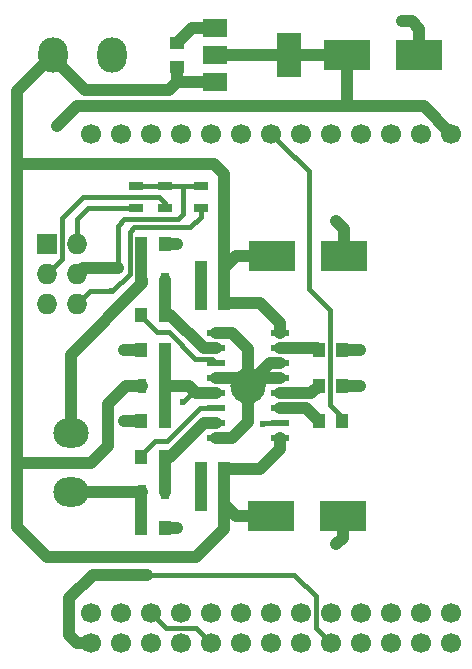
<source format=gbr>
G04 #@! TF.GenerationSoftware,KiCad,Pcbnew,5.0.2-bee76a0~70~ubuntu16.04.1*
G04 #@! TF.CreationDate,2019-02-04T09:50:23+01:00*
G04 #@! TF.ProjectId,mb-a,6d622d61-2e6b-4696-9361-645f70636258,rev?*
G04 #@! TF.SameCoordinates,Original*
G04 #@! TF.FileFunction,Copper,L1,Top*
G04 #@! TF.FilePolarity,Positive*
%FSLAX46Y46*%
G04 Gerber Fmt 4.6, Leading zero omitted, Abs format (unit mm)*
G04 Created by KiCad (PCBNEW 5.0.2-bee76a0~70~ubuntu16.04.1) date Mon 04 Feb 2019 09:50:23 AM CET*
%MOMM*%
%LPD*%
G01*
G04 APERTURE LIST*
G04 #@! TA.AperFunction,SMDPad,CuDef*
%ADD10R,1.300000X0.700000*%
G04 #@! TD*
G04 #@! TA.AperFunction,ComponentPad*
%ADD11O,3.000000X2.500000*%
G04 #@! TD*
G04 #@! TA.AperFunction,ComponentPad*
%ADD12O,2.500000X3.000000*%
G04 #@! TD*
G04 #@! TA.AperFunction,ComponentPad*
%ADD13R,1.727200X1.727200*%
G04 #@! TD*
G04 #@! TA.AperFunction,ComponentPad*
%ADD14O,1.727200X1.727200*%
G04 #@! TD*
G04 #@! TA.AperFunction,SMDPad,CuDef*
%ADD15R,1.500000X0.600000*%
G04 #@! TD*
G04 #@! TA.AperFunction,SMDPad,CuDef*
%ADD16R,2.000000X3.800000*%
G04 #@! TD*
G04 #@! TA.AperFunction,SMDPad,CuDef*
%ADD17R,2.000000X1.500000*%
G04 #@! TD*
G04 #@! TA.AperFunction,SMDPad,CuDef*
%ADD18R,0.700000X1.300000*%
G04 #@! TD*
G04 #@! TA.AperFunction,ComponentPad*
%ADD19C,1.700000*%
G04 #@! TD*
G04 #@! TA.AperFunction,SMDPad,CuDef*
%ADD20R,1.000000X1.250000*%
G04 #@! TD*
G04 #@! TA.AperFunction,SMDPad,CuDef*
%ADD21R,4.000000X2.500000*%
G04 #@! TD*
G04 #@! TA.AperFunction,SMDPad,CuDef*
%ADD22R,1.250000X1.000000*%
G04 #@! TD*
G04 #@! TA.AperFunction,ViaPad*
%ADD23C,1.000000*%
G04 #@! TD*
G04 #@! TA.AperFunction,ViaPad*
%ADD24C,3.000000*%
G04 #@! TD*
G04 #@! TA.AperFunction,ViaPad*
%ADD25C,0.600000*%
G04 #@! TD*
G04 #@! TA.AperFunction,Conductor*
%ADD26C,1.000000*%
G04 #@! TD*
G04 #@! TA.AperFunction,Conductor*
%ADD27C,0.400000*%
G04 #@! TD*
G04 APERTURE END LIST*
D10*
G04 #@! TO.P,R4,1*
G04 #@! TO.N,+3V3*
X102500000Y-56050000D03*
G04 #@! TO.P,R4,2*
G04 #@! TO.N,/SCL*
X102500000Y-57950000D03*
G04 #@! TD*
G04 #@! TO.P,R3,1*
G04 #@! TO.N,+3V3*
X105000000Y-56050000D03*
G04 #@! TO.P,R3,2*
G04 #@! TO.N,/SDA*
X105000000Y-57950000D03*
G04 #@! TD*
G04 #@! TO.P,R2,1*
G04 #@! TO.N,+3V3*
X108000000Y-56050000D03*
G04 #@! TO.P,R2,2*
G04 #@! TO.N,/ALERT*
X108000000Y-57950000D03*
G04 #@! TD*
D11*
G04 #@! TO.P,J2,1*
G04 #@! TO.N,Net-(C15-Pad2)*
X97000000Y-77000000D03*
G04 #@! TO.P,J2,2*
G04 #@! TO.N,Net-(C14-Pad1)*
X97000000Y-82000000D03*
G04 #@! TD*
D12*
G04 #@! TO.P,J1,1*
G04 #@! TO.N,GND*
X100500000Y-45000000D03*
G04 #@! TO.P,J1,2*
G04 #@! TO.N,+12V*
X95500000Y-45000000D03*
G04 #@! TD*
D13*
G04 #@! TO.P,X1,1*
G04 #@! TO.N,GND*
X95000000Y-61000000D03*
D14*
G04 #@! TO.P,X1,2*
G04 #@! TO.N,/SCL*
X97540000Y-61000000D03*
G04 #@! TO.P,X1,3*
G04 #@! TO.N,/SDA*
X95000000Y-63540000D03*
G04 #@! TO.P,X1,4*
G04 #@! TO.N,+3V3*
X97540000Y-63540000D03*
G04 #@! TO.P,X1,5*
G04 #@! TO.N,+5V*
X95000000Y-66080000D03*
G04 #@! TO.P,X1,6*
G04 #@! TO.N,/ALERT*
X97540000Y-66080000D03*
G04 #@! TD*
D15*
G04 #@! TO.P,U2,1*
G04 #@! TO.N,+12V*
X114700000Y-77445000D03*
G04 #@! TO.P,U2,2*
G04 #@! TO.N,/AVCC*
X114700000Y-76175000D03*
G04 #@! TO.P,U2,3*
G04 #@! TO.N,Net-(C1-Pad1)*
X114700000Y-74905000D03*
G04 #@! TO.P,U2,4*
G04 #@! TO.N,Net-(C2-Pad1)*
X114700000Y-73635000D03*
G04 #@! TO.P,U2,5*
G04 #@! TO.N,GND*
X114700000Y-72365000D03*
G04 #@! TO.P,U2,6*
X114700000Y-71095000D03*
G04 #@! TO.P,U2,7*
G04 #@! TO.N,/VCLAMP*
X114700000Y-69825000D03*
G04 #@! TO.P,U2,8*
G04 #@! TO.N,+12V*
X114700000Y-68555000D03*
G04 #@! TO.P,U2,9*
G04 #@! TO.N,GND*
X109300000Y-68555000D03*
G04 #@! TO.P,U2,10*
G04 #@! TO.N,Net-(C13-Pad1)*
X109300000Y-69825000D03*
G04 #@! TO.P,U2,11*
G04 #@! TO.N,Net-(C13-Pad2)*
X109300000Y-71095000D03*
G04 #@! TO.P,U2,12*
G04 #@! TO.N,GND*
X109300000Y-72365000D03*
G04 #@! TO.P,U2,13*
G04 #@! TO.N,/AVCC*
X109300000Y-73635000D03*
G04 #@! TO.P,U2,14*
G04 #@! TO.N,Net-(C12-Pad2)*
X109300000Y-74905000D03*
G04 #@! TO.P,U2,15*
G04 #@! TO.N,Net-(C12-Pad1)*
X109300000Y-76175000D03*
G04 #@! TO.P,U2,16*
G04 #@! TO.N,GND*
X109300000Y-77445000D03*
G04 #@! TD*
D16*
G04 #@! TO.P,U1,2*
G04 #@! TO.N,+5V*
X115500000Y-45000000D03*
D17*
X109200000Y-45000000D03*
G04 #@! TO.P,U1,3*
G04 #@! TO.N,+12V*
X109200000Y-47300000D03*
G04 #@! TO.P,U1,1*
G04 #@! TO.N,GND*
X109200000Y-42700000D03*
G04 #@! TD*
D18*
G04 #@! TO.P,R1,1*
G04 #@! TO.N,+12V*
X103050000Y-73000000D03*
G04 #@! TO.P,R1,2*
G04 #@! TO.N,/AVCC*
X104950000Y-73000000D03*
G04 #@! TD*
D19*
G04 #@! TO.P,M1,1*
G04 #@! TO.N,+3V3*
X98722892Y-94771414D03*
G04 #@! TO.P,M1,2*
G04 #@! TO.N,+5V*
X98722892Y-92231414D03*
G04 #@! TO.P,M1,3*
G04 #@! TO.N,/SDA*
X101262892Y-94771414D03*
G04 #@! TO.P,M1,4*
G04 #@! TO.N,+5V*
X101262892Y-92231414D03*
G04 #@! TO.P,M1,5*
G04 #@! TO.N,/SCL*
X103802892Y-94771414D03*
G04 #@! TO.P,M1,6*
G04 #@! TO.N,GND*
X103802892Y-92231414D03*
G04 #@! TO.P,M1,7*
G04 #@! TO.N,N/C*
X106342892Y-94771414D03*
G04 #@! TO.P,M1,8*
G04 #@! TO.N,/ALERT*
X106342892Y-92231414D03*
G04 #@! TO.P,M1,9*
G04 #@! TO.N,GND*
X108882892Y-94771414D03*
G04 #@! TO.P,M1,10*
G04 #@! TO.N,N/C*
X108882892Y-92231414D03*
G04 #@! TO.P,M1,11*
X111422892Y-94771414D03*
G04 #@! TO.P,M1,12*
X111422892Y-92231414D03*
G04 #@! TO.P,M1,13*
X113962892Y-94771414D03*
G04 #@! TO.P,M1,14*
G04 #@! TO.N,GND*
X113962892Y-92231414D03*
G04 #@! TO.P,M1,15*
G04 #@! TO.N,N/C*
X116502892Y-94771414D03*
G04 #@! TO.P,M1,16*
X116502892Y-92231414D03*
G04 #@! TO.P,M1,17*
G04 #@! TO.N,+3V3*
X119042892Y-94771414D03*
G04 #@! TO.P,M1,18*
G04 #@! TO.N,N/C*
X119042892Y-92231414D03*
G04 #@! TO.P,M1,19*
X121582892Y-94771414D03*
G04 #@! TO.P,M1,20*
G04 #@! TO.N,GND*
X121582892Y-92231414D03*
G04 #@! TO.P,M1,21*
G04 #@! TO.N,N/C*
X124122892Y-94771414D03*
G04 #@! TO.P,M1,22*
X124122892Y-92231414D03*
G04 #@! TO.P,M1,23*
X126662892Y-94771414D03*
G04 #@! TO.P,M1,24*
X126662892Y-92231414D03*
G04 #@! TO.P,M1,25*
G04 #@! TO.N,GND*
X129202892Y-94771414D03*
G04 #@! TO.P,M1,26*
G04 #@! TO.N,N/C*
X129202892Y-92231414D03*
G04 #@! TO.P,M1,39*
X98748528Y-51634658D03*
G04 #@! TO.P,M1,38*
X101288528Y-51634658D03*
G04 #@! TO.P,M1,37*
X103828528Y-51634658D03*
G04 #@! TO.P,M1,36*
X106368528Y-51634658D03*
G04 #@! TO.P,M1,35*
X108908528Y-51634658D03*
G04 #@! TO.P,M1,34*
X111448528Y-51634658D03*
G04 #@! TO.P,M1,33*
G04 #@! TO.N,/AUDIO*
X113988528Y-51634658D03*
G04 #@! TO.P,M1,32*
G04 #@! TO.N,N/C*
X116528528Y-51634658D03*
G04 #@! TO.P,M1,31*
X119068528Y-51634658D03*
G04 #@! TO.P,M1,30*
X121608528Y-51634658D03*
G04 #@! TO.P,M1,29*
X124148528Y-51634658D03*
G04 #@! TO.P,M1,28*
G04 #@! TO.N,GND*
X126688528Y-51634658D03*
G04 #@! TO.P,M1,27*
G04 #@! TO.N,+5V*
X129228528Y-51634658D03*
G04 #@! TD*
D18*
G04 #@! TO.P,L2,1*
G04 #@! TO.N,Net-(C13-Pad1)*
X104950000Y-64000000D03*
G04 #@! TO.P,L2,2*
G04 #@! TO.N,Net-(C15-Pad2)*
X103050000Y-64000000D03*
G04 #@! TD*
G04 #@! TO.P,L1,1*
G04 #@! TO.N,Net-(C12-Pad1)*
X104950000Y-82000000D03*
G04 #@! TO.P,L1,2*
G04 #@! TO.N,Net-(C14-Pad1)*
X103050000Y-82000000D03*
G04 #@! TD*
D20*
G04 #@! TO.P,C17,1*
G04 #@! TO.N,GND*
X103000000Y-70000000D03*
G04 #@! TO.P,C17,2*
G04 #@! TO.N,/AVCC*
X105000000Y-70000000D03*
G04 #@! TD*
G04 #@! TO.P,C16,1*
G04 #@! TO.N,GND*
X103000000Y-76000000D03*
G04 #@! TO.P,C16,2*
G04 #@! TO.N,/AVCC*
X105000000Y-76000000D03*
G04 #@! TD*
G04 #@! TO.P,C15,1*
G04 #@! TO.N,GND*
X105000000Y-61000000D03*
G04 #@! TO.P,C15,2*
G04 #@! TO.N,Net-(C15-Pad2)*
X103000000Y-61000000D03*
G04 #@! TD*
G04 #@! TO.P,C14,1*
G04 #@! TO.N,Net-(C14-Pad1)*
X103000000Y-85000000D03*
G04 #@! TO.P,C14,2*
G04 #@! TO.N,GND*
X105000000Y-85000000D03*
G04 #@! TD*
G04 #@! TO.P,C13,1*
G04 #@! TO.N,Net-(C13-Pad1)*
X105000000Y-67000000D03*
G04 #@! TO.P,C13,2*
G04 #@! TO.N,Net-(C13-Pad2)*
X103000000Y-67000000D03*
G04 #@! TD*
G04 #@! TO.P,C12,1*
G04 #@! TO.N,Net-(C12-Pad1)*
X105000000Y-79000000D03*
G04 #@! TO.P,C12,2*
G04 #@! TO.N,Net-(C12-Pad2)*
X103000000Y-79000000D03*
G04 #@! TD*
D21*
G04 #@! TO.P,C11,1*
G04 #@! TO.N,+5V*
X120400000Y-45000000D03*
G04 #@! TO.P,C11,2*
G04 #@! TO.N,GND*
X126500000Y-45000000D03*
G04 #@! TD*
G04 #@! TO.P,C10,1*
G04 #@! TO.N,+12V*
X113950000Y-84000000D03*
G04 #@! TO.P,C10,2*
G04 #@! TO.N,GND*
X120050000Y-84000000D03*
G04 #@! TD*
D20*
G04 #@! TO.P,C9,1*
G04 #@! TO.N,GND*
X108000000Y-83000000D03*
G04 #@! TO.P,C9,2*
G04 #@! TO.N,+12V*
X110000000Y-83000000D03*
G04 #@! TD*
G04 #@! TO.P,C8,1*
G04 #@! TO.N,GND*
X108000000Y-80000000D03*
G04 #@! TO.P,C8,2*
G04 #@! TO.N,+12V*
X110000000Y-80000000D03*
G04 #@! TD*
G04 #@! TO.P,C7,1*
G04 #@! TO.N,GND*
X108000000Y-66000000D03*
G04 #@! TO.P,C7,2*
G04 #@! TO.N,+12V*
X110000000Y-66000000D03*
G04 #@! TD*
G04 #@! TO.P,C6,1*
G04 #@! TO.N,GND*
X108000000Y-63000000D03*
G04 #@! TO.P,C6,2*
G04 #@! TO.N,+12V*
X110000000Y-63000000D03*
G04 #@! TD*
D21*
G04 #@! TO.P,C5,1*
G04 #@! TO.N,+12V*
X114077432Y-62000000D03*
G04 #@! TO.P,C5,2*
G04 #@! TO.N,GND*
X120177432Y-62000000D03*
G04 #@! TD*
D22*
G04 #@! TO.P,C4,1*
G04 #@! TO.N,GND*
X106000000Y-44000000D03*
G04 #@! TO.P,C4,2*
G04 #@! TO.N,+12V*
X106000000Y-46000000D03*
G04 #@! TD*
D20*
G04 #@! TO.P,C3,1*
G04 #@! TO.N,/VCLAMP*
X118000000Y-70000000D03*
G04 #@! TO.P,C3,2*
G04 #@! TO.N,GND*
X120000000Y-70000000D03*
G04 #@! TD*
G04 #@! TO.P,C2,1*
G04 #@! TO.N,Net-(C2-Pad1)*
X118000000Y-73000000D03*
G04 #@! TO.P,C2,2*
G04 #@! TO.N,GND*
X120000000Y-73000000D03*
G04 #@! TD*
G04 #@! TO.P,C1,1*
G04 #@! TO.N,Net-(C1-Pad1)*
X118000000Y-76000000D03*
G04 #@! TO.P,C1,2*
G04 #@! TO.N,/AUDIO*
X120000000Y-76000000D03*
G04 #@! TD*
D23*
G04 #@! TO.N,GND*
X125048397Y-42123017D03*
D24*
X112000000Y-73000000D03*
D23*
X106000000Y-85000000D03*
X119500000Y-86400000D03*
X108000000Y-81500000D03*
X106000000Y-61000000D03*
X108000000Y-64500000D03*
X101500000Y-76000000D03*
X101500000Y-70000000D03*
X121500000Y-70000000D03*
X121500000Y-73000000D03*
X119500000Y-59000000D03*
X107300000Y-42700000D03*
G04 #@! TO.N,+5V*
X95884000Y-50968000D03*
G04 #@! TO.N,+3V3*
X101000000Y-63000000D03*
X103500000Y-89000000D03*
D25*
G04 #@! TO.N,/AVCC*
X113260419Y-76188207D03*
X106552000Y-74336000D03*
G04 #@! TO.N,/ALERT*
X100500000Y-65000000D03*
G04 #@! TD*
D26*
G04 #@! TO.N,Net-(C1-Pad1)*
X114700000Y-74905000D02*
X116905000Y-74905000D01*
X116905000Y-74905000D02*
X118000000Y-76000000D01*
D27*
G04 #@! TO.N,/AUDIO*
X120000000Y-76000000D02*
X120000000Y-75654078D01*
X120000000Y-75654078D02*
X118989301Y-74643379D01*
X118989301Y-74643379D02*
X118989301Y-66585994D01*
X118989301Y-66585994D02*
X117173375Y-64770068D01*
X117173375Y-64770068D02*
X117173375Y-54819505D01*
X117173375Y-54819505D02*
X114838527Y-52484657D01*
X114838527Y-52484657D02*
X113988528Y-51634658D01*
D26*
G04 #@! TO.N,Net-(C2-Pad1)*
X114700000Y-73635000D02*
X117365000Y-73635000D01*
X117365000Y-73635000D02*
X118000000Y-73000000D01*
G04 #@! TO.N,GND*
X125755503Y-42123017D02*
X125048397Y-42123017D01*
X125873017Y-42123017D02*
X125755503Y-42123017D01*
X126500000Y-42750000D02*
X125873017Y-42123017D01*
X126500000Y-45000000D02*
X126500000Y-42750000D01*
X109300000Y-77445000D02*
X110650000Y-77445000D01*
X112000000Y-76095000D02*
X112000000Y-75121320D01*
X110650000Y-77445000D02*
X112000000Y-76095000D01*
X112000000Y-75121320D02*
X112000000Y-73000000D01*
X109300000Y-72365000D02*
X111365000Y-72365000D01*
X111365000Y-72365000D02*
X112000000Y-73000000D01*
D27*
X105052893Y-93481415D02*
X107592893Y-93481415D01*
X107592893Y-93481415D02*
X108882892Y-94771414D01*
X103802892Y-92231414D02*
X105052893Y-93481415D01*
D26*
X105000000Y-85000000D02*
X106000000Y-85000000D01*
X120050000Y-84000000D02*
X120050000Y-85850000D01*
X120050000Y-85850000D02*
X119500000Y-86400000D01*
X108000000Y-83000000D02*
X108000000Y-81500000D01*
X108000000Y-80000000D02*
X108000000Y-81500000D01*
X105000000Y-61000000D02*
X106000000Y-61000000D01*
X108000000Y-63000000D02*
X108000000Y-64500000D01*
X108000000Y-66000000D02*
X108000000Y-64500000D01*
X103000000Y-76000000D02*
X101500000Y-76000000D01*
X103000000Y-70000000D02*
X101500000Y-70000000D01*
X109300000Y-68555000D02*
X110650000Y-68555000D01*
X110650000Y-68555000D02*
X112000000Y-69905000D01*
X112000000Y-69905000D02*
X112000000Y-70878680D01*
X112000000Y-70878680D02*
X112000000Y-73000000D01*
X114700000Y-71095000D02*
X113905000Y-71095000D01*
X113905000Y-71095000D02*
X112000000Y-73000000D01*
X112715000Y-73000000D02*
X112000000Y-73000000D01*
X114700000Y-72365000D02*
X113350000Y-72365000D01*
X113350000Y-72365000D02*
X112715000Y-73000000D01*
X120000000Y-70000000D02*
X121500000Y-70000000D01*
X120000000Y-73000000D02*
X121500000Y-73000000D01*
X120177432Y-59677432D02*
X119500000Y-59000000D01*
X120177432Y-62000000D02*
X120177432Y-59677432D01*
X109200000Y-42700000D02*
X107300000Y-42700000D01*
X107300000Y-42700000D02*
X106000000Y-44000000D01*
G04 #@! TO.N,+12V*
X110000000Y-63000000D02*
X110000000Y-55085984D01*
X110000000Y-55085984D02*
X109124581Y-54210565D01*
X109124581Y-54210565D02*
X92473950Y-54210565D01*
X92473950Y-54210565D02*
X92473950Y-58500000D01*
X106000000Y-47300000D02*
X105356449Y-47943551D01*
X105356449Y-47943551D02*
X98193551Y-47943551D01*
X98193551Y-47943551D02*
X95500000Y-45250000D01*
X95500000Y-45250000D02*
X95500000Y-45000000D01*
X92473950Y-79500000D02*
X92473950Y-58500000D01*
X92473950Y-58500000D02*
X92473950Y-57500000D01*
X92473950Y-57500000D02*
X92473950Y-48026050D01*
X110000000Y-83000000D02*
X110000000Y-85143642D01*
X110000000Y-85143642D02*
X107643642Y-87500000D01*
X107643642Y-87500000D02*
X95000000Y-87500000D01*
X95000000Y-87500000D02*
X92473950Y-84973950D01*
X92473950Y-84973950D02*
X92473950Y-79500000D01*
X103050000Y-73000000D02*
X101700000Y-73000000D01*
X100160483Y-74539517D02*
X100160483Y-78075415D01*
X101700000Y-73000000D02*
X100160483Y-74539517D01*
X100160483Y-78075415D02*
X98735898Y-79500000D01*
X98735898Y-79500000D02*
X92473950Y-79500000D01*
X113950000Y-84000000D02*
X113200000Y-84000000D01*
X92473950Y-48026050D02*
X95500000Y-45000000D01*
X110000000Y-66000000D02*
X113045000Y-66000000D01*
X114700000Y-67655000D02*
X114700000Y-68555000D01*
X113045000Y-66000000D02*
X114700000Y-67655000D01*
X110000000Y-80000000D02*
X113045000Y-80000000D01*
X114700000Y-78345000D02*
X114700000Y-77445000D01*
X113045000Y-80000000D02*
X114700000Y-78345000D01*
X113950000Y-84000000D02*
X111000000Y-84000000D01*
X111000000Y-84000000D02*
X110000000Y-83000000D01*
X114077432Y-62000000D02*
X111000000Y-62000000D01*
X111000000Y-62000000D02*
X110000000Y-63000000D01*
X110000000Y-63000000D02*
X110000000Y-66000000D01*
X110000000Y-83000000D02*
X110000000Y-80000000D01*
X109200000Y-47300000D02*
X106000000Y-47300000D01*
X106000000Y-46000000D02*
X106000000Y-47300000D01*
G04 #@! TO.N,+5V*
X126881085Y-49287215D02*
X120268000Y-49287215D01*
X120268000Y-49287215D02*
X97564785Y-49287215D01*
X120400000Y-45000000D02*
X120400000Y-49155215D01*
X120400000Y-49155215D02*
X120268000Y-49287215D01*
X129228528Y-51634658D02*
X126881085Y-49287215D01*
X97564785Y-49287215D02*
X95884000Y-50968000D01*
X115500000Y-45900000D02*
X115500000Y-45000000D01*
X115500000Y-45000000D02*
X120400000Y-45000000D01*
X109200000Y-45000000D02*
X115500000Y-45000000D01*
G04 #@! TO.N,Net-(C12-Pad1)*
X105000000Y-79000000D02*
X105000000Y-81950000D01*
X105000000Y-81950000D02*
X104950000Y-82000000D01*
X109300000Y-76175000D02*
X108259998Y-76175000D01*
X108259998Y-76175000D02*
X105434998Y-79000000D01*
X105434998Y-79000000D02*
X105000000Y-79000000D01*
D27*
X104950000Y-79050000D02*
X105000000Y-79000000D01*
G04 #@! TO.N,Net-(C12-Pad2)*
X109300000Y-74905000D02*
X107988203Y-74905000D01*
X107988203Y-74905000D02*
X105192571Y-77700632D01*
X105192571Y-77700632D02*
X104174368Y-77700632D01*
X104174368Y-77700632D02*
X103000000Y-78875000D01*
X103000000Y-78875000D02*
X103000000Y-79000000D01*
D26*
G04 #@! TO.N,Net-(C13-Pad1)*
X105000000Y-67000000D02*
X105000000Y-64050000D01*
X105000000Y-64050000D02*
X104950000Y-64000000D01*
X108259997Y-69825000D02*
X109300000Y-69825000D01*
X105000000Y-67000000D02*
X105434997Y-67000000D01*
X105434997Y-67000000D02*
X108259997Y-69825000D01*
D27*
X104950000Y-66950000D02*
X105000000Y-67000000D01*
G04 #@! TO.N,Net-(C13-Pad2)*
X103000000Y-67000000D02*
X103000000Y-67125000D01*
X103000000Y-67125000D02*
X104338977Y-68463977D01*
X107551232Y-70725010D02*
X108930011Y-70725010D01*
X104338977Y-68463977D02*
X105290199Y-68463977D01*
X108930011Y-70725010D02*
X109300000Y-71095000D01*
X105290199Y-68463977D02*
X107551232Y-70725010D01*
D26*
G04 #@! TO.N,Net-(C14-Pad1)*
X103000000Y-85000000D02*
X103000000Y-82050000D01*
X103000000Y-82050000D02*
X103050000Y-82000000D01*
X103050000Y-82000000D02*
X97000000Y-82000000D01*
G04 #@! TO.N,Net-(C15-Pad2)*
X103000000Y-61000000D02*
X103000000Y-63950000D01*
X103000000Y-63950000D02*
X103050000Y-64000000D01*
X103050000Y-64000000D02*
X103050000Y-64300000D01*
X103050000Y-64300000D02*
X97000000Y-70350000D01*
X97000000Y-70350000D02*
X97000000Y-74750000D01*
X97000000Y-74750000D02*
X97000000Y-77000000D01*
D27*
G04 #@! TO.N,+3V3*
X106500000Y-56050000D02*
X106500000Y-58433248D01*
X106056417Y-58876831D02*
X101559840Y-58876831D01*
X106500000Y-58433248D02*
X106056417Y-58876831D01*
X101559840Y-58876831D02*
X101000000Y-59436671D01*
X101000000Y-62292894D02*
X101000000Y-63000000D01*
X101000000Y-59436671D02*
X101000000Y-62292894D01*
D26*
X98080000Y-63000000D02*
X97540000Y-63540000D01*
X101000000Y-63000000D02*
X98080000Y-63000000D01*
D27*
X106500000Y-56050000D02*
X108000000Y-56050000D01*
X105000000Y-56050000D02*
X106500000Y-56050000D01*
X102500000Y-56050000D02*
X105000000Y-56050000D01*
D26*
X98722892Y-94771414D02*
X97520811Y-94771414D01*
X96873532Y-94124135D02*
X96873532Y-90996368D01*
X97520811Y-94771414D02*
X96873532Y-94124135D01*
X96873532Y-90996368D02*
X98869900Y-89000000D01*
X98869900Y-89000000D02*
X103500000Y-89000000D01*
D27*
X103500000Y-89000000D02*
X115930876Y-89000000D01*
X115930876Y-89000000D02*
X117752893Y-90822017D01*
X117752893Y-90822017D02*
X117752893Y-93481415D01*
X117752893Y-93481415D02*
X118192893Y-93921415D01*
X118192893Y-93921415D02*
X119042892Y-94771414D01*
D26*
G04 #@! TO.N,/VCLAMP*
X114700000Y-69825000D02*
X117825000Y-69825000D01*
X117825000Y-69825000D02*
X118000000Y-70000000D01*
D27*
G04 #@! TO.N,/AVCC*
X113273626Y-76175000D02*
X113260419Y-76188207D01*
X114700000Y-76175000D02*
X113273626Y-76175000D01*
X106552000Y-74336000D02*
X107253000Y-73635000D01*
X107253000Y-73635000D02*
X107635000Y-73635000D01*
D26*
X107635000Y-73635000D02*
X107000000Y-73000000D01*
X107000000Y-73000000D02*
X104950000Y-73000000D01*
X109300000Y-73635000D02*
X107635000Y-73635000D01*
X105000000Y-76000000D02*
X105000000Y-73050000D01*
X105000000Y-73050000D02*
X104950000Y-73000000D01*
X105000000Y-70000000D02*
X105000000Y-72950000D01*
X105000000Y-72950000D02*
X104950000Y-73000000D01*
D27*
G04 #@! TO.N,/SDA*
X105000000Y-57950000D02*
X105000000Y-57536574D01*
X105000000Y-57536574D02*
X104480182Y-57016756D01*
X104480182Y-57016756D02*
X98052133Y-57016756D01*
X98052133Y-57016756D02*
X96276399Y-58792490D01*
X96276399Y-58792490D02*
X96276399Y-62263601D01*
X96276399Y-62263601D02*
X95863599Y-62676401D01*
X95863599Y-62676401D02*
X95000000Y-63540000D01*
G04 #@! TO.N,/SCL*
X102500000Y-57950000D02*
X98471268Y-57950000D01*
X98471268Y-57950000D02*
X97540000Y-58881268D01*
X97540000Y-58881268D02*
X97540000Y-61000000D01*
G04 #@! TO.N,/ALERT*
X108000000Y-57950000D02*
X108000000Y-58700000D01*
X107109165Y-59590835D02*
X102327074Y-59590835D01*
X108000000Y-58700000D02*
X107109165Y-59590835D01*
X102327074Y-59590835D02*
X101985594Y-59932315D01*
X101985594Y-59932315D02*
X101985594Y-63514406D01*
X101985594Y-63514406D02*
X100500000Y-65000000D01*
X100500000Y-65000000D02*
X98620000Y-65000000D01*
X98620000Y-65000000D02*
X97540000Y-66080000D01*
G04 #@! TD*
M02*

</source>
